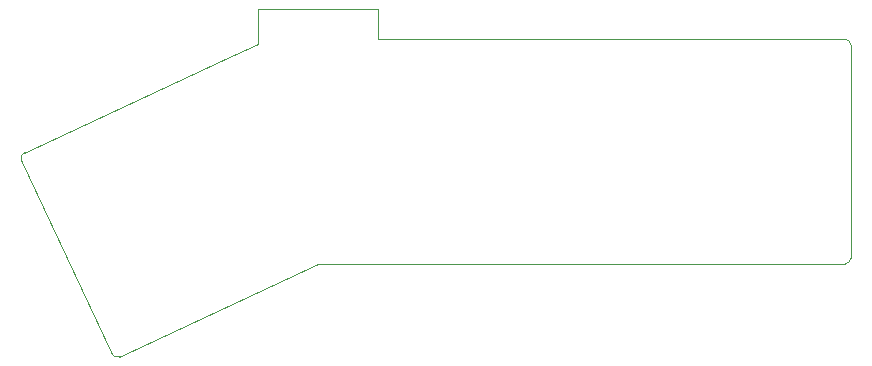
<source format=gm1>
G04 #@! TF.GenerationSoftware,KiCad,Pcbnew,7.0.5*
G04 #@! TF.CreationDate,2023-08-14T09:47:02+08:00*
G04 #@! TF.ProjectId,RT,52542e6b-6963-4616-945f-706362585858,rev?*
G04 #@! TF.SameCoordinates,Original*
G04 #@! TF.FileFunction,Profile,NP*
%FSLAX46Y46*%
G04 Gerber Fmt 4.6, Leading zero omitted, Abs format (unit mm)*
G04 Created by KiCad (PCBNEW 7.0.5) date 2023-08-14 09:47:02*
%MOMM*%
%LPD*%
G01*
G04 APERTURE LIST*
G04 #@! TA.AperFunction,Profile*
%ADD10C,0.100000*%
G04 #@! TD*
G04 #@! TA.AperFunction,Profile*
%ADD11C,0.120000*%
G04 #@! TD*
G04 APERTURE END LIST*
D10*
X132515000Y-110975000D02*
X177115000Y-110975000D01*
X177615000Y-92425000D02*
X177615000Y-110475000D01*
X137630000Y-91925000D02*
X137630000Y-89380000D01*
X137630000Y-91925000D02*
X177115000Y-91925000D01*
X177615000Y-92425000D02*
G75*
G03*
X177115000Y-91925000I-500000J0D01*
G01*
X124464095Y-93709871D02*
X127470000Y-92310000D01*
X127470000Y-89380000D02*
X127470000Y-92310000D01*
X137630000Y-89380000D02*
X127470000Y-89380000D01*
X177115000Y-110975000D02*
G75*
G03*
X177615000Y-110475000I0J500000D01*
G01*
D11*
X107410241Y-102213903D02*
X115038500Y-118572759D01*
X115702963Y-118814603D02*
X132514973Y-110975035D01*
X124464095Y-93709871D02*
X107652085Y-101549440D01*
X107652085Y-101549441D02*
G75*
G03*
X107410241Y-102213903I211309J-453153D01*
G01*
X115038502Y-118572758D02*
G75*
G03*
X115702963Y-118814603I453153J211310D01*
G01*
M02*

</source>
